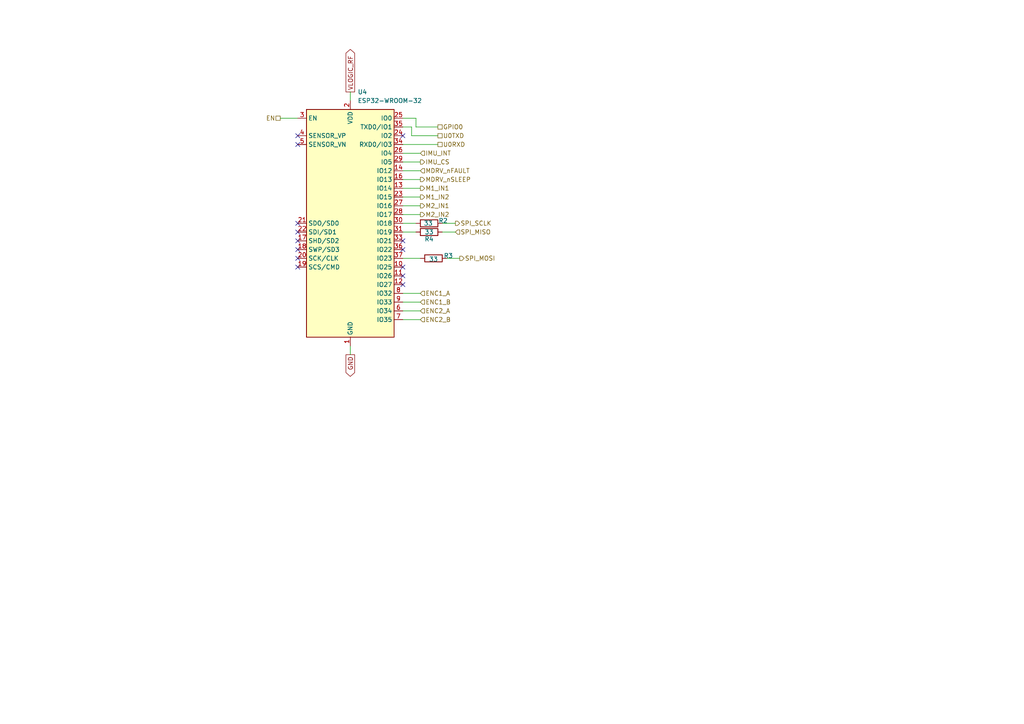
<source format=kicad_sch>
(kicad_sch (version 20250114) (generator "eeschema") (generator_version "9.0")
  (paper "A4")
  (lib_symbols
    (symbol "Device:R" (pin_numbers (hide yes)) (pin_names (offset 0))
      (property "Reference" "R" (at 2.032 0 90))
      (property "Value" "R" (at 0 0 90))
      (symbol "R_0_1"
        (rectangle (start -1.016 -2.54) (end 1.016 2.54) (stroke (width 0.254)))
      )
      (symbol "R_1_1"
        (pin passive line (at 0 3.81 270) (length 1.27) (name "~") (number "1"))
        (pin passive line (at 0 -3.81 90) (length 1.27) (name "~") (number "2"))
      )
    )
    (symbol "RF_Module:ESP32-WROOM-32"
      (property "Reference" "U" (at -12.7 34.29 0))
      (property "Value" "ESP32-WROOM-32" (at 1.27 34.29 0))
      (symbol "ESP32-WROOM-32_0_1"
        (rectangle (start -12.7 33.02) (end 12.7 -33.02) (stroke (width 0.254)) (fill (type background)))
      )
      (symbol "ESP32-WROOM-32_1_1"
        (pin input line (at -15.24 30.48 0) (length 2.54) (name "EN") (number "3"))
        (pin input line (at -15.24 25.4 0) (length 2.54) (name "SENSOR_VP") (number "4"))
        (pin input line (at -15.24 22.86 0) (length 2.54) (name "SENSOR_VN") (number "5"))
        (pin bidirectional line (at -15.24 0 0) (length 2.54) (name "SDO/SD0") (number "21"))
        (pin bidirectional line (at -15.24 -2.54 0) (length 2.54) (name "SDI/SD1") (number "22"))
        (pin bidirectional line (at -15.24 -5.08 0) (length 2.54) (name "SHD/SD2") (number "17"))
        (pin bidirectional line (at -15.24 -7.62 0) (length 2.54) (name "SWP/SD3") (number "18"))
        (pin bidirectional line (at -15.24 -10.16 0) (length 2.54) (name "SCK/CLK") (number "20"))
        (pin bidirectional line (at -15.24 -12.7 0) (length 2.54) (name "SCS/CMD") (number "19"))
        (pin no_connect line (at -12.7 -27.94 0) (length 2.54) (hide yes) (name "NC") (number "32"))
        (pin power_in line (at 0 35.56 270) (length 2.54) (name "VDD") (number "2"))
        (pin power_in line (at 0 -35.56 90) (length 2.54) (name "GND") (number "1"))
        (pin passive line (at 0 -35.56 90) (length 2.54) (hide yes) (name "GND") (number "15"))
        (pin passive line (at 0 -35.56 90) (length 2.54) (hide yes) (name "GND") (number "38"))
        (pin passive line (at 0 -35.56 90) (length 2.54) (hide yes) (name "GND") (number "39"))
        (pin bidirectional line (at 15.24 30.48 180) (length 2.54) (name "IO0") (number "25"))
        (pin bidirectional line (at 15.24 27.94 180) (length 2.54) (name "TXD0/IO1") (number "35"))
        (pin bidirectional line (at 15.24 25.4 180) (length 2.54) (name "IO2") (number "24"))
        (pin bidirectional line (at 15.24 22.86 180) (length 2.54) (name "RXD0/IO3") (number "34"))
        (pin bidirectional line (at 15.24 20.32 180) (length 2.54) (name "IO4") (number "26"))
        (pin bidirectional line (at 15.24 17.78 180) (length 2.54) (name "IO5") (number "29"))
        (pin bidirectional line (at 15.24 15.24 180) (length 2.54) (name "IO12") (number "14"))
        (pin bidirectional line (at 15.24 12.7 180) (length 2.54) (name "IO13") (number "16"))
        (pin bidirectional line (at 15.24 10.16 180) (length 2.54) (name "IO14") (number "13"))
        (pin bidirectional line (at 15.24 7.62 180) (length 2.54) (name "IO15") (number "23"))
        (pin bidirectional line (at 15.24 5.08 180) (length 2.54) (name "IO16") (number "27"))
        (pin bidirectional line (at 15.24 2.54 180) (length 2.54) (name "IO17") (number "28"))
        (pin bidirectional line (at 15.24 0 180) (length 2.54) (name "IO18") (number "30"))
        (pin bidirectional line (at 15.24 -2.54 180) (length 2.54) (name "IO19") (number "31"))
        (pin bidirectional line (at 15.24 -5.08 180) (length 2.54) (name "IO21") (number "33"))
        (pin bidirectional line (at 15.24 -7.62 180) (length 2.54) (name "IO22") (number "36"))
        (pin bidirectional line (at 15.24 -10.16 180) (length 2.54) (name "IO23") (number "37"))
        (pin bidirectional line (at 15.24 -12.7 180) (length 2.54) (name "IO25") (number "10"))
        (pin bidirectional line (at 15.24 -15.24 180) (length 2.54) (name "IO26") (number "11"))
        (pin bidirectional line (at 15.24 -17.78 180) (length 2.54) (name "IO27") (number "12"))
        (pin bidirectional line (at 15.24 -20.32 180) (length 2.54) (name "IO32") (number "8"))
        (pin bidirectional line (at 15.24 -22.86 180) (length 2.54) (name "IO33") (number "9"))
        (pin input line (at 15.24 -25.4 180) (length 2.54) (name "IO34") (number "6"))
        (pin input line (at 15.24 -27.94 180) (length 2.54) (name "IO35") (number "7"))
      )
    )
  )
  (no_connect (at 86.36 41.91))
  (no_connect (at 116.84 80.01))
  (no_connect (at 86.36 67.31))
  (no_connect (at 86.36 77.47))
  (no_connect (at 116.84 82.55))
  (no_connect (at 86.36 74.93))
  (no_connect (at 86.36 69.85))
  (no_connect (at 86.36 64.77))
  (no_connect (at 116.84 39.37))
  (no_connect (at 86.36 72.39))
  (no_connect (at 116.84 77.47))
  (no_connect (at 86.36 39.37))
  (no_connect (at 116.84 72.39))
  (no_connect (at 116.84 69.85))
  (wire (pts (xy 119.38 36.83) (xy 116.84 36.83)))
  (wire (pts (xy 116.84 41.91) (xy 127 41.91)))
  (wire (pts (xy 116.84 52.07) (xy 121.92 52.07)))
  (wire (pts (xy 116.84 64.77) (xy 120.65 64.77)))
  (wire (pts (xy 101.6 26.67) (xy 101.6 29.21)))
  (wire (pts (xy 81.28 34.29) (xy 86.36 34.29)))
  (wire (pts (xy 119.38 39.37) (xy 119.38 36.83)))
  (wire (pts (xy 116.84 85.09) (xy 121.92 85.09)))
  (wire (pts (xy 116.84 49.53) (xy 121.92 49.53)))
  (wire (pts (xy 129.54 74.93) (xy 133.35 74.93)))
  (wire (pts (xy 101.6 100.33) (xy 101.6 102.87)))
  (wire (pts (xy 132.08 64.77) (xy 128.27 64.77)))
  (wire (pts (xy 116.84 59.69) (xy 121.92 59.69)))
  (wire (pts (xy 127 39.37) (xy 119.38 39.37)))
  (wire (pts (xy 116.84 90.17) (xy 121.92 90.17)))
  (wire (pts (xy 116.84 74.93) (xy 121.92 74.93)))
  (wire (pts (xy 116.84 87.63) (xy 121.92 87.63)))
  (wire (pts (xy 116.84 92.71) (xy 121.92 92.71)))
  (wire (pts (xy 116.84 67.31) (xy 120.65 67.31)))
  (wire (pts (xy 127 36.83) (xy 120.65 36.83)))
  (wire (pts (xy 116.84 62.23) (xy 121.92 62.23)))
  (wire (pts (xy 116.84 54.61) (xy 121.92 54.61)))
  (wire (pts (xy 120.65 36.83) (xy 120.65 34.29)))
  (wire (pts (xy 120.65 34.29) (xy 116.84 34.29)))
  (wire (pts (xy 116.84 44.45) (xy 121.92 44.45)))
  (wire (pts (xy 128.27 67.31) (xy 132.08 67.31)))
  (wire (pts (xy 116.84 57.15) (xy 121.92 57.15)))
  (wire (pts (xy 116.84 46.99) (xy 121.92 46.99)))
  (global_label "VLOGIC_RF" (shape output) (at 101.6 26.67 90) (property "Intersheetrefs" "${INTERSHEET_REFS}" (effects (hide yes))))
  (global_label "GND" (shape output) (at 101.6 102.87 270) (property "Intersheetrefs" "${INTERSHEET_REFS}" (effects (hide yes))))
  (hierarchical_label "SPI_MOSI" (shape output) (at 133.35 74.93 0))
  (hierarchical_label "GPIO0" (shape passive) (at 127 36.83 0))
  (hierarchical_label "U0RXD" (shape passive) (at 127 41.91 0))
  (hierarchical_label "M2_IN2" (shape output) (at 121.92 62.23 0))
  (hierarchical_label "SPI_SCLK" (shape output) (at 132.08 64.77 0))
  (hierarchical_label "IMU_CS" (shape output) (at 121.92 46.99 0))
  (hierarchical_label "SPI_MISO" (shape input) (at 132.08 67.31 0))
  (hierarchical_label "U0TXD" (shape passive) (at 127 39.37 0))
  (hierarchical_label "MDRV_nSLEEP" (shape output) (at 121.92 52.07 0))
  (hierarchical_label "M1_IN2" (shape output) (at 121.92 57.15 0))
  (hierarchical_label "ENC2_B" (shape input) (at 121.92 92.71 0))
  (hierarchical_label "M1_IN1" (shape output) (at 121.92 54.61 0))
  (hierarchical_label "M2_IN1" (shape output) (at 121.92 59.69 0))
  (hierarchical_label "ENC2_A" (shape input) (at 121.92 90.17 0))
  (hierarchical_label "ENC1_B" (shape input) (at 121.92 87.63 0))
  (hierarchical_label "IMU_INT" (shape input) (at 121.92 44.45 0))
  (hierarchical_label "EN" (shape passive) (at 81.28 34.29 180))
  (hierarchical_label "ENC1_A" (shape input) (at 121.92 85.09 0))
  (hierarchical_label "MDRV_nFAULT" (shape input) (at 121.92 49.53 0))
  (symbol (lib_id "Device:R") (at 124.46 64.77 270) (unit 1)
    (property "Reference" "R2" (at 128.524 64.008 90))
    (property "Value" "33" (at 124.206 64.77 90))
    (property "Footprint" "Resistor_SMD:R_0603_1608Metric" (effects (hide yes)))
    (property "Description" "Resistor" (effects (hide yes)))
  )
  (symbol (lib_id "Device:R") (at 125.73 74.93 270) (unit 1)
    (property "Reference" "R3" (at 130.048 74.168 90))
    (property "Value" "33" (at 125.73 75.184 90))
    (property "Footprint" "Resistor_SMD:R_0603_1608Metric" (effects (hide yes)))
    (property "Description" "Resistor" (effects (hide yes)))
  )
  (symbol (lib_id "Device:R") (at 124.46 67.31 270) (unit 1)
    (property "Reference" "R4" (at 124.46 69.342 90))
    (property "Value" "33" (at 124.46 67.31 90))
    (property "Footprint" "Resistor_SMD:R_0603_1608Metric" (effects (hide yes)))
    (property "Description" "Resistor" (effects (hide yes)))
  )
  (symbol (lib_id "RF_Module:ESP32-WROOM-32") (at 101.6 64.77 0) (unit 1) (exclude_from_sim yes)
    (property "Reference" "U4" (at 103.7433 26.67 0) (effects (justify left)))
    (property "Value" "ESP32-WROOM-32" (at 103.7433 29.21 0) (effects (justify left)))
    (property "Footprint" "RF_Module:ESP32-WROOM-32" (effects (hide yes)))
    (property "Datasheet" "https://www.espressif.com/sites/default/files/documentation/esp32-wroom-32_datasheet_en.pdf" (effects (hide yes)))
    (property "Description" "RF Module, ESP32-D0WDQ6 SoC, Wi-Fi 802.11b/g/n, Bluetooth, BLE, 32-bit, 2.7-3.6V, onboard antenna, SMD" (effects (hide yes)))
  )
)
</source>
